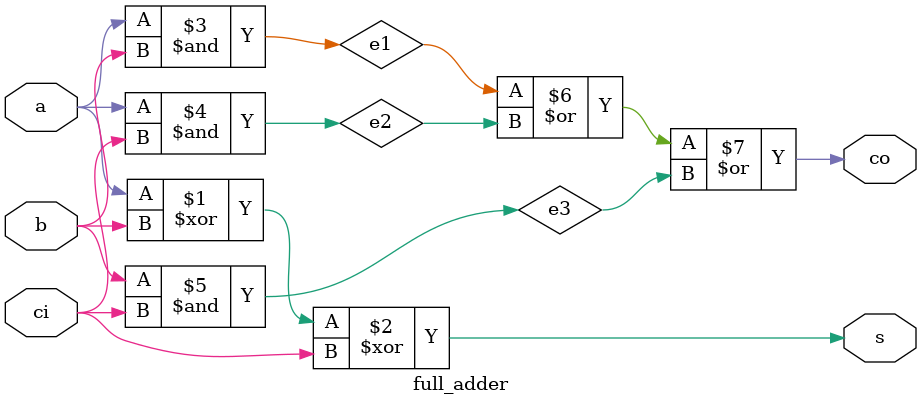
<source format=v>
/*--  *******************************************************
--  Computer Architecture Course, Laboratory Sources 
--  Amirkabir University of Technology (Tehran Polytechnic)
--  Department of Computer Engineering (CE-AUT)
--  https://ce[dot]aut[dot]ac[dot]ir
--  *******************************************************
--  All Rights reserved (C) 2019-2020
--  *******************************************************
--  Student ID  : 
--  Student Name: 
--  Student Mail: 
--  *******************************************************
--  Additional Comments:
--
--*/

/*-----------------------------------------------------------
---  Module Name: Full Adder Gate Level
---  Description: Lab 07 Part 1
-----------------------------------------------------------*/
`timescale 1 ns/1 ns

module full_adder (
	input a ,
	input b ,
	input ci ,
	output s ,
	output co
);

	/* write your code here */
	xor sum(s,a,b,ci);
	
	wire e1,e2,e3;
	
	and g1(e1,a,b);
	and g2(e2,a,ci);
	and g3(e3,b,ci);
	or g4(co,e1,e2,e3);
	/* write your code here */

endmodule
</source>
